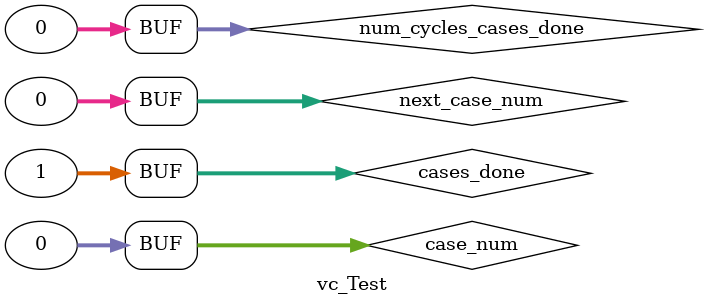
<source format=v>

`ifndef VC_TEST_V
`define VC_TEST_V


module vc_Test();
  integer cases_done = 1;
  integer verbose;
  integer num_failed;
  integer case_num_only;
  integer case_num = 0;
  integer next_case_num = 0;
  integer num_cycles_cases_done = 0;
endmodule

//------------------------------------------------------------------------
// VC_TEST_SUITE_BEGIN( suite-name )
//------------------------------------------------------------------------
// The single parameter should be a quoted string indicating the name of
// the test suite.

`define VC_TEST_SUITE_BEGIN( name_ )                                    \
  vc_Test    vc_test();                                                 \
                                                                        \
  reg        clk = 1;                                                   \
                                                                        \
  initial begin                                                         \
    if ( !$value$plusargs( "test-case=%d", vc_test.case_num_only ) ) begin \
      vc_test.case_num_only = 0;                                        \
    end                                                                 \
    if ( !$value$plusargs( "verbose=%d", vc_test.verbose ) ) begin      \
      vc_test.verbose = 0;                                              \
    end                                                                 \
    if ( $test$plusargs( "help" ) ) begin                               \
      $display( "" );                                                   \
      $display( " %s [options]",{name_,"-test"} );                      \
      $display( "" );                                                   \
      $display( "   +help               : this message" );              \
      $display( "   +test-case=<int>    : execute just given test case" ); \
      $display( "   +trace=<int>        : enable line tracing" ); \
      $display( "   +verbose=<int>      : enable more verbose output" ); \
      $display( "                         1 = show failing tests" ); \
      $display( "                         2 = show passing and failing tests" ); \
      $display( "" );                                                   \
      $finish;                                                          \
    end                                                                 \
    if ( $test$plusargs( "dump-vcd" ) ) begin                           \
      $dumpfile({name_,"-test.vcd"});                                   \
      $dumpvars;                                                        \
    end                                                                 \
    $display("");                                                       \
    $display(" Test Suite: %s", name_ );                                \
  end                                                                   \
                                                                        \
  always #5 clk = ~clk;                                                 \
                                                                        \
  always @(*)                                                           \
    if ( vc_test.case_num == 0 )                                        \
    begin                                                               \
      #20;                                                              \
      if ( vc_test.case_num_only != 0 )                                 \
        vc_test.next_case_num = vc_test.case_num_only;                  \
      else                                                              \
        vc_test.next_case_num = vc_test.case_num + 1;                   \
    end                                                                 \
                                                                        \
  always @( posedge clk )                                               \
    vc_test.case_num <= vc_test.next_case_num;

//------------------------------------------------------------------------
// VC_TEST_SUITE_END
//------------------------------------------------------------------------
// You must include this macro at the end of the tester module right
// before endmodule.

`define VC_TEST_SUITE_END                                               \
  always @( posedge clk ) begin                                         \
                                                                        \
    if ( vc_test.num_cycles_cases_done > 3 ) begin                      \
      $display("");                                                     \
      $finish;                                                          \
    end                                                                 \
                                                                        \
    if ( vc_test.cases_done )                                           \
      vc_test.num_cycles_cases_done <= vc_test.num_cycles_cases_done + 1; \
    else                                                                \
      vc_test.num_cycles_cases_done <= 0;                               \
                                                                        \
  end

//------------------------------------------------------------------------
// VC_TEST_CASE_BEGIN( test-case-num, test-case-name )
//------------------------------------------------------------------------
// This should directly proceed a begin-end block which contains the
// actual test case code. The test-case-num must be an increasing
// number and it must be unique. It is very easy to accidently reuse a
// test case number and this will cause multiple test cases to run
// concurrently jumbling the corresponding output.

`define VC_TEST_CASE_BEGIN( num_, name_ )                               \
  always @(*) begin                                                     \
    if ( vc_test.case_num == num_ ) begin                               \
      if ( vc_test.cases_done == 0 ) begin                              \
        $display( "\n FAILED: Test case %s has the same test case number (%x) as another test case!\n", name_, num_ ); \
        $finish;                                                        \
      end                                                               \
      vc_test.cases_done = 0;                                           \
      vc_test.num_failed = 0;                                           \
      $display( "  + Test Case %0d: %s", num_, name_ );

//------------------------------------------------------------------------
// VC_TEST_CASE_END
//------------------------------------------------------------------------
// This should directly follow the begin-end block for the test case.

`define VC_TEST_CASE_END                                                \
      if ( (vc_test.verbose == 0) && (vc_test.num_failed > 0) ) begin   \
        $display( "     [ FAILED ] number of failing tests: %0d",       \
                  vc_test.num_failed );                                 \
      end                                                               \
      vc_test.cases_done = 1;                                           \
      if ( vc_test.case_num_only != 0 )                                 \
        vc_test.next_case_num = 1023;                                   \
      else                                                              \
        vc_test.next_case_num = vc_test.case_num + 1;                   \
    end                                                                 \
  end

//------------------------------------------------------------------------
// VC_TEST_NOTE( msg )
//------------------------------------------------------------------------
// Output some text only if verbose

`define VC_TEST_NOTE( msg_ )                                            \
  if ( vc_test.verbose > 1 )                                            \
    $display( "                %s", msg_ );                             \
  if (1)

//------------------------------------------------------------------------
// VC_TEST_NOTE_INPUTS_1( in1_ )
//------------------------------------------------------------------------

`define VC_TEST_NOTE_INPUTS_1( in1_ )                                   \
  if ( vc_test.verbose > 1 )                                            \
    $display( "                Inputs:%s", "in1_ = ", in1_ );           \
  if (1)

//------------------------------------------------------------------------
// VC_TEST_NOTE_INPUTS_2( in1_, in2_ )
//------------------------------------------------------------------------

`define VC_TEST_NOTE_INPUTS_2( in1_, in2_ )                             \
  if ( vc_test.verbose > 1 )                                            \
    $display( "                Inputs:%s = %x,%s = %x",                 \
              "in1_", in1_, "in2_", in2_ );                             \
  if (1)

//------------------------------------------------------------------------
// VC_TEST_NOTE_INPUTS_3( in1_, in2_, in3_ )
//------------------------------------------------------------------------

`define VC_TEST_NOTE_INPUTS_3( in1_, in2_, in3_ )                       \
  if ( vc_test.verbose > 1 )                                            \
    $display( "                Inputs:%s = %x,%s = %x,%s = %x",         \
              "in1_", in1_, "in2_", in2_, "in3_", in3_ );               \
  if (1)

//------------------------------------------------------------------------
// VC_TEST_NOTE_INPUTS_4( in1_, in2_, in3_, in4_ )
//------------------------------------------------------------------------

`define VC_TEST_NOTE_INPUTS_4( in1_, in2_, in3_, in4_ )                 \
  if ( vc_test.verbose > 1 )                                            \
    $display( "                Inputs:%s = %x,%s = %x,%s = %x,%s = %x", \
              "in1_", in1_, "in2_", in2_, "in3_", in3_, "in4_", in4_ ); \
  if (1)

//------------------------------------------------------------------------
// VC_TEST_NET( tval_, cval_ )
//------------------------------------------------------------------------
// This macro is used to check that tval == cval.

`define VC_TEST_NET( tval_, cval_ )                                     \
  if ( tval_ === 'hz ) begin                                            \
    vc_test.num_failed = vc_test.num_failed + 1;                        \
    if ( vc_test.verbose > 0 ) begin                                    \
      $display( "     [ FAILED ]%s, expected = %x, actual = %x",        \
                "tval_", cval_, tval_ );                                \
    end                                                                 \
  end                                                                   \
  else                                                                  \
  casez ( tval_ )                                                       \
    cval_ :                                                             \
      if ( vc_test.verbose > 1 )                                        \
         $display( "     [ passed ]%s, expected = %x, actual = %x",     \
                   "tval_", cval_, tval_ );                             \
    default : begin                                                     \
      vc_test.num_failed = vc_test.num_failed + 1;                      \
      if ( vc_test.verbose > 0 ) begin                                  \
        $display( "     [ FAILED ]%s, expected = %x, actual = %x",      \
                  "tval_", cval_, tval_ );                              \
      end                                                               \
    end                                                                 \
  endcase                                                               \
  if (1)

//------------------------------------------------------------------------
// VC_TEST_FAIL( tval_, msg_ )
//------------------------------------------------------------------------
// This macro is used to force a failure and display some message. This is
// useful if we want to fail due to some reason other than equality.

`define VC_TEST_FAIL( tval_, msg_ )                                     \
  vc_test.num_failed = vc_test.num_failed + 1;                          \
  if ( vc_test.verbose > 0 ) begin                                      \
    $display( "     [ FAILED ]%s, actual = %x, %s",                     \
              "tval_", tval_, msg_ );                                   \
  end                                                                   \
  if (1)

//------------------------------------------------------------------------
// VC_TEST_INCREMENT_NUM_FAILED( num_failed_ )
//------------------------------------------------------------------------
// This macro is used to increment the count of failing tests. This is
// useful when we have child modules that are doing the actual test
// verification (e.g., test sinks).

`define VC_TEST_INCREMENT_NUM_FAILED( num_failed_ )                     \
  vc_test.num_failed = vc_test.num_failed + num_failed_;                \
  if (1)

`endif /* VC_TEST_V */


</source>
